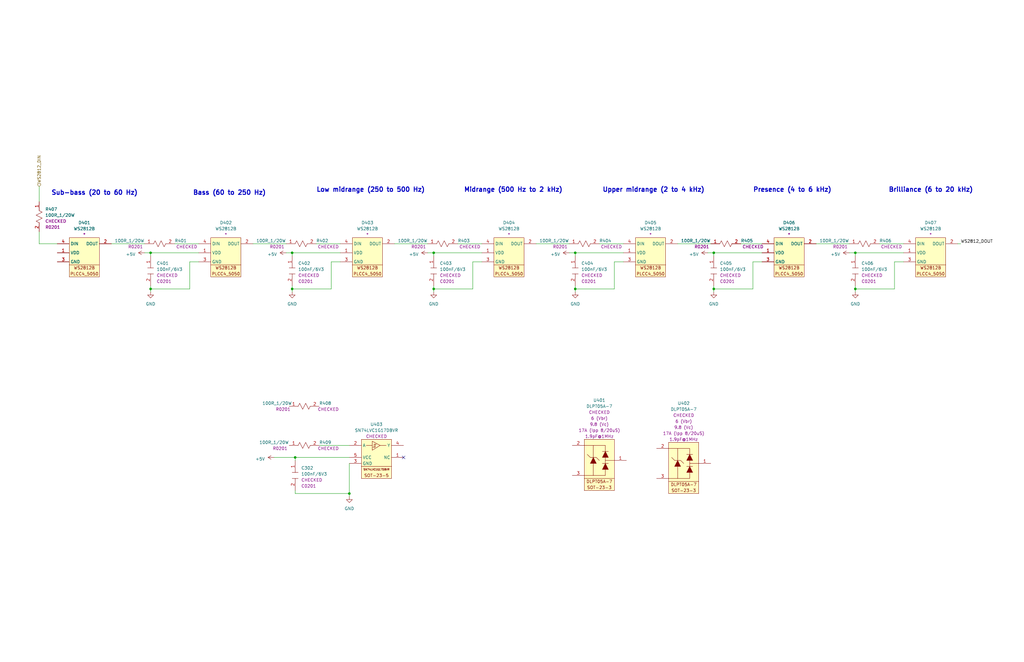
<source format=kicad_sch>
(kicad_sch (version 20230121) (generator eeschema)
  (paper "B")
  (lib_symbols
    (symbol "_SCHLIB_ToslinkToDMX:BUF_SN74LVC1G17DBVR_SOT-23-5"
      (property "Reference" "U" (at 2.54 3.81 0))
      (property "Value" "SN74LVC1G17DBVR" (at 2.54 6.35 0))
      (property "SCH CHECK" "CHECKED" (at 2.54 21.59 0))
      (symbol "BUF_SN74LVC1G17DBVR_SOT-23-5_0_0"
        (text "SN74LVC1G17DBVR" (at 6.35 -12.7 0) (effects (font (size 0.762 0.762))))
        (text "SOT-23-5" (at 6.35 -15.24 0) (effects (font (size 1.27 1.27))))
      )
      (symbol "BUF_SN74LVC1G17DBVR_SOT-23-5_0_1"
        (polyline (pts (xy 0 -11.43) (xy 12.7 -11.43)))
        (polyline (pts (xy 4.572 -2.54) (xy 2.032 -2.54)))
        (polyline (pts (xy 7.874 -2.54) (xy 10.414 -2.54)))
        (polyline (pts (xy 5.334 -3.302) (xy 5.842 -3.302) (xy 5.842 -2.032)))
        (polyline (pts (xy 4.572 -0.762) (xy 4.572 -4.572) (xy 7.874 -2.54) (xy 4.572 -0.762)))
        (polyline (pts (xy 6.35 -2.032) (xy 5.334 -2.032) (xy 5.334 -3.302) (xy 4.826 -3.302)))
        (rectangle (start 0 0) (end 12.7 -16.51) (fill (type background)))
      )
      (symbol "BUF_SN74LVC1G17DBVR_SOT-23-5_1_1"
        (pin passive line (at 17.78 -7.62 180) (length 5.08) (name "NC") (number "1"))
        (pin passive line (at -5.08 -2.54 0) (length 5.08) (name "A") (number "2"))
        (pin passive line (at -5.08 -10.16 0) (length 5.08) (name "GND") (number "3"))
        (pin passive line (at 17.78 -2.54 180) (length 5.08) (name "Y") (number "4"))
        (pin passive line (at -5.08 -7.62 0) (length 5.08) (name "VCC") (number "5"))
      )
    )
    (symbol "_SCHLIB_ToslinkToDMX:CAP_100nF/6V3_C0201"
      (property "Reference" "C" (at 2.54 5.08 0))
      (property "Value" "100nF{slash}6V3" (at 2.54 7.62 0))
      (property "SCH CHECK" "CHECKED" (at 2.54 22.86 0))
      (property "Package" "C0201" (at 2.54 25.4 0))
      (symbol "CAP_100nF/6V3_C0201_0_0"
        (polyline (pts (xy 5.08 1.27) (xy 5.08 -1.27)))
        (polyline (pts (xy 7.62 1.27) (xy 7.62 -1.27)))
      )
      (symbol "CAP_100nF/6V3_C0201_1_1"
        (pin passive line (at 0 0 0) (length 5.08) (name "") (number "1"))
        (pin passive line (at 12.7 0 180) (length 5.08) (name "") (number "2"))
      )
    )
    (symbol "_SCHLIB_ToslinkToDMX:LED_WS2812B_5050"
      (property "Reference" "D" (at 2.54 2.54 0))
      (property "Value" "WS2812B" (at 2.54 5.08 0))
      (property "SCH CHECK" "*" (at 2.54 20.32 0))
      (symbol "LED_WS2812B_5050_0_0"
        (text "WS2812B" (at 6.35 -12.7 0) (effects (font (size 1.27 1.27))))
      )
      (symbol "LED_WS2812B_5050_0_1"
        (polyline (pts (xy 0 -11.43) (xy 12.7 -11.43)))
        (rectangle (start 0 0) (end 12.7 -16.51) (fill (type background)))
        (text "PLCC4_5050" (at 6.35 -15.24 0) (effects (font (size 1.27 1.27))))
      )
      (symbol "LED_WS2812B_5050_1_1"
        (pin passive line (at -5.08 -6.35 0) (length 5.08) (name "VDD") (number "1"))
        (pin passive line (at 17.78 -2.54 180) (length 5.08) (name "DOUT") (number "2"))
        (pin passive line (at -5.08 -10.16 0) (length 5.08) (name "GND") (number "3"))
        (pin passive line (at -5.08 -2.54 0) (length 5.08) (name "DIN") (number "4"))
      )
    )
    (symbol "_SCHLIB_ToslinkToDMX:RES_100R_1/20W-R0201"
      (property "Reference" "R" (at 2.54 3.81 0))
      (property "Value" "100R_1{slash}20W" (at 2.54 6.35 0))
      (property "SCH CHECK" "CHECKED" (at 2.54 21.59 0))
      (property "Package" "R0201" (at 2.54 24.13 0))
      (symbol "RES_100R_1/20W-R0201_0_0"
        (polyline (pts (xy 3.81 0) (xy 4.445 1.27) (xy 5.715 -1.27) (xy 6.985 1.27) (xy 8.255 -1.27) (xy 8.89 0)))
      )
      (symbol "RES_100R_1/20W-R0201_1_1"
        (pin passive line (at 0 0 0) (length 3.81) (name "") (number "1"))
        (pin passive line (at 12.7 0 180) (length 3.81) (name "") (number "2"))
      )
    )
    (symbol "_SCHLIB_ToslinkToDMX:TVS_DLPT05A-7_SOT_23"
      (property "Reference" "U" (at 2.54 3.81 0))
      (property "Value" "DLPT05A-7" (at 2.54 6.35 0))
      (property "SCH CHECK" "CHECKED" (at 2.54 21.59 0))
      (property "Vbr" "6 (Vbr)" (at 2.54 26.67 0))
      (property "Vc" "9.8 (Vc)" (at 2.54 29.21 0))
      (property "Ipp" "17A (Ipp 8/20uS)" (at 2.54 24.13 0))
      (property "C@F" "1.9pF@1MHz" (at 2.54 31.75 0))
      (symbol "TVS_DLPT05A-7_SOT_23_0_0"
        (text "DLPT05A-7" (at 6.35 -17.78 0) (effects (font (size 1.27 1.27))))
        (text "SOT-23-3" (at 6.35 -20.32 0) (effects (font (size 1.27 1.27))))
      )
      (symbol "TVS_DLPT05A-7_SOT_23_0_1"
        (polyline (pts (xy 0 -16.51) (xy 12.7 -16.51)))
        (polyline (pts (xy 7.62 -10.16) (xy 10.16 -10.16)))
        (polyline (pts (xy 8.89 -8.89) (xy 8.89 -10.16)))
        (polyline (pts (xy 8.89 -7.62) (xy 8.89 -8.89)))
        (polyline (pts (xy 10.16 -5.08) (xy 7.62 -5.08)))
        (polyline (pts (xy 12.7 -8.89) (xy 8.89 -8.89)))
        (polyline (pts (xy 0 -2.54) (xy 3.81 -2.54) (xy 3.81 -7.62)))
        (polyline (pts (xy 3.81 -10.16) (xy 3.81 -15.24) (xy 0 -15.24)))
        (polyline (pts (xy 8.89 -12.7) (xy 8.89 -15.24) (xy 3.81 -15.24)))
        (polyline (pts (xy 8.89 -5.08) (xy 8.89 -2.54) (xy 3.81 -2.54)))
        (polyline (pts (xy 2.54 -10.16) (xy 5.08 -10.16) (xy 3.81 -7.62) (xy 2.54 -10.16)) (fill (type outline)))
        (polyline (pts (xy 6.35 -8.89) (xy 5.08 -7.62) (xy 2.54 -7.62) (xy 1.27 -6.35)))
        (polyline (pts (xy 7.62 -12.7) (xy 10.16 -12.7) (xy 8.89 -10.16) (xy 7.62 -12.7)) (fill (type outline)))
        (polyline (pts (xy 7.62 -7.62) (xy 10.16 -7.62) (xy 8.89 -5.08) (xy 7.62 -7.62)) (fill (type outline)))
        (rectangle (start 0 0) (end 12.7 -21.59) (fill (type background)))
      )
      (symbol "TVS_DLPT05A-7_SOT_23_1_1"
        (pin passive line (at 17.78 -8.89 180) (length 5.08) (name "") (number "1"))
        (pin passive line (at -5.08 -2.54 0) (length 5.08) (name "") (number "2"))
        (pin passive line (at -5.08 -15.24 0) (length 5.08) (name "") (number "3"))
      )
    )
    (symbol "power:+5V" (power) (pin_names (offset 0))
      (property "Value" "+5V" (at 0 3.556 0))
      (symbol "+5V_0_1"
        (polyline (pts (xy -0.762 1.27) (xy 0 2.54)))
        (polyline (pts (xy 0 0) (xy 0 2.54)))
        (polyline (pts (xy 0 2.54) (xy 0.762 1.27)))
      )
      (symbol "+5V_1_1"
        (pin power_in line (at 0 0 90) (length 0) hide (name "+5V") (number "1"))
      )
    )
    (symbol "power:GND" (power) (pin_names (offset 0))
      (property "Value" "GND" (at 0 -3.81 0))
      (symbol "GND_0_1"
        (polyline (pts (xy 0 0) (xy 0 -1.27) (xy 1.27 -1.27) (xy 0 -2.54) (xy -1.27 -1.27) (xy 0 -1.27)))
      )
      (symbol "GND_1_1"
        (pin power_in line (at 0 0 270) (length 0) hide (name "GND") (number "1"))
      )
    )
  )
  (junction (at 242.57 106.68))
  (junction (at 300.99 106.68))
  (junction (at 360.68 121.92))
  (junction (at 360.68 106.68))
  (junction (at 300.99 121.92))
  (junction (at 124.46 193.04))
  (junction (at 182.88 106.68))
  (junction (at 242.57 121.92))
  (junction (at 123.19 106.68))
  (junction (at 123.19 121.92))
  (junction (at 147.32 208.28))
  (junction (at 63.5 121.92))
  (junction (at 63.5 106.68))
  (junction (at 182.88 121.92))
  (no_connect (at 170.18 193.04))
  (wire (pts (xy 60.96 106.68) (xy 63.5 106.68)))
  (wire (pts (xy 377.19 110.49) (xy 377.19 121.92)))
  (wire (pts (xy 124.46 193.04) (xy 147.32 193.04)))
  (wire (pts (xy 242.57 106.68) (xy 262.89 106.68)))
  (wire (pts (xy 123.19 106.68) (xy 143.51 106.68)))
  (wire (pts (xy 360.68 121.92) (xy 360.68 123.19)))
  (wire (pts (xy 123.19 107.95) (xy 123.19 106.68)))
  (wire (pts (xy 298.45 106.68) (xy 300.99 106.68)))
  (wire (pts (xy 133.35 102.87) (xy 143.51 102.87)))
  (wire (pts (xy 242.57 121.92) (xy 242.57 120.65)))
  (wire (pts (xy 358.14 106.68) (xy 360.68 106.68)))
  (wire (pts (xy 80.01 110.49) (xy 80.01 121.92)))
  (wire (pts (xy 16.51 78.74) (xy 16.51 85.09)))
  (wire (pts (xy 285.75 102.87) (xy 299.72 102.87)))
  (wire (pts (xy 360.68 106.68) (xy 381 106.68)))
  (wire (pts (xy 242.57 107.95) (xy 242.57 106.68)))
  (wire (pts (xy 120.65 106.68) (xy 123.19 106.68)))
  (wire (pts (xy 240.03 106.68) (xy 242.57 106.68)))
  (wire (pts (xy 377.19 121.92) (xy 360.68 121.92)))
  (wire (pts (xy 124.46 208.28) (xy 124.46 207.01)))
  (wire (pts (xy 16.51 102.87) (xy 24.13 102.87)))
  (wire (pts (xy 124.46 193.04) (xy 124.46 194.31)))
  (wire (pts (xy 199.39 121.92) (xy 182.88 121.92)))
  (wire (pts (xy 360.68 121.92) (xy 360.68 120.65)))
  (wire (pts (xy 300.99 121.92) (xy 300.99 120.65)))
  (wire (pts (xy 252.73 102.87) (xy 262.89 102.87)))
  (wire (pts (xy 73.66 102.87) (xy 83.82 102.87)))
  (wire (pts (xy 182.88 107.95) (xy 182.88 106.68)))
  (wire (pts (xy 180.34 106.68) (xy 182.88 106.68)))
  (wire (pts (xy 226.06 102.87) (xy 240.03 102.87)))
  (wire (pts (xy 182.88 121.92) (xy 182.88 123.19)))
  (wire (pts (xy 106.68 102.87) (xy 120.65 102.87)))
  (wire (pts (xy 259.08 121.92) (xy 242.57 121.92)))
  (wire (pts (xy 317.5 121.92) (xy 300.99 121.92)))
  (wire (pts (xy 143.51 110.49) (xy 139.7 110.49)))
  (wire (pts (xy 312.42 102.87) (xy 321.31 102.87)))
  (wire (pts (xy 147.32 208.28) (xy 147.32 195.58)))
  (wire (pts (xy 63.5 121.92) (xy 63.5 123.19)))
  (wire (pts (xy 317.5 110.49) (xy 317.5 121.92)))
  (wire (pts (xy 262.89 110.49) (xy 259.08 110.49)))
  (wire (pts (xy 405.13 102.87) (xy 403.86 102.87)))
  (wire (pts (xy 16.51 97.79) (xy 16.51 102.87)))
  (wire (pts (xy 63.5 121.92) (xy 63.5 120.65)))
  (wire (pts (xy 300.99 106.68) (xy 321.31 106.68)))
  (wire (pts (xy 360.68 107.95) (xy 360.68 106.68)))
  (wire (pts (xy 123.19 121.92) (xy 123.19 120.65)))
  (wire (pts (xy 182.88 121.92) (xy 182.88 120.65)))
  (wire (pts (xy 381 110.49) (xy 377.19 110.49)))
  (wire (pts (xy 242.57 121.92) (xy 242.57 123.19)))
  (wire (pts (xy 46.99 102.87) (xy 60.96 102.87)))
  (wire (pts (xy 63.5 107.95) (xy 63.5 106.68)))
  (wire (pts (xy 139.7 121.92) (xy 123.19 121.92)))
  (wire (pts (xy 80.01 121.92) (xy 63.5 121.92)))
  (wire (pts (xy 344.17 102.87) (xy 358.14 102.87)))
  (wire (pts (xy 370.84 102.87) (xy 381 102.87)))
  (wire (pts (xy 321.31 110.49) (xy 317.5 110.49)))
  (wire (pts (xy 300.99 121.92) (xy 300.99 123.19)))
  (wire (pts (xy 63.5 106.68) (xy 83.82 106.68)))
  (wire (pts (xy 193.04 102.87) (xy 203.2 102.87)))
  (wire (pts (xy 124.46 208.28) (xy 147.32 208.28)))
  (wire (pts (xy 134.62 187.96) (xy 147.32 187.96)))
  (wire (pts (xy 115.57 193.04) (xy 124.46 193.04)))
  (wire (pts (xy 147.32 208.28) (xy 147.32 209.55)))
  (wire (pts (xy 300.99 107.95) (xy 300.99 106.68)))
  (wire (pts (xy 182.88 106.68) (xy 203.2 106.68)))
  (wire (pts (xy 139.7 110.49) (xy 139.7 121.92)))
  (wire (pts (xy 123.19 121.92) (xy 123.19 123.19)))
  (wire (pts (xy 259.08 110.49) (xy 259.08 121.92)))
  (wire (pts (xy 83.82 110.49) (xy 80.01 110.49)))
  (wire (pts (xy 199.39 110.49) (xy 199.39 121.92)))
  (wire (pts (xy 203.2 110.49) (xy 199.39 110.49)))
  (wire (pts (xy 166.37 102.87) (xy 180.34 102.87)))
  (text "Low midrange (250 to 500 Hz)" (at 133.35 81.28 0) (effects (font (size 1.905 1.905) (thickness 0.381) bold) (justify left bottom)))
  (text "Bass (60 to 250 Hz)" (at 81.28 82.55 0) (effects (font (size 1.905 1.905) (thickness 0.381) bold) (justify left bottom)))
  (text "Upper midrange (2 to 4 kHz)" (at 254 81.28 0) (effects (font (size 1.905 1.905) (thickness 0.381) bold) (justify left bottom)))
  (text "Brilliance (6 to 20 kHz)" (at 374.65 81.28 0) (effects (font (size 1.905 1.905) (thickness 0.381) bold) (justify left bottom)))
  (text "Presence (4 to 6 kHz)" (at 317.5 81.28 0) (effects (font (size 1.905 1.905) (thickness 0.381) bold) (justify left bottom)))
  (text "Midrange (500 Hz to 2 kHz)" (at 195.58 81.28 0) (effects (font (size 1.905 1.905) (thickness 0.381) bold) (justify left bottom)))
  (text "Sub-bass (20 to 60 Hz)" (at 21.59 82.55 0) (effects (font (size 1.905 1.905) (thickness 0.381) bold) (justify left bottom)))
  (label "WS2812_DOUT" (at 405.13 102.87 0))
  (hierarchical_label "WS2812_DIN" (shape input) (at 16.51 78.74 90))
  (symbol (lib_id "_SCHLIB_ToslinkToDMX:RES_100R_1/20W-R0201") (at 120.65 102.87 0) (unit 1)
    (property "Reference" "R402" (at 135.89 101.6 0))
    (property "Value" "100R_1/20W" (at 114.3 101.6 0))
    (property "Footprint" "Resistor_SMD:R_0201_0603Metric" (effects hide))
    (property "Datasheet" "https://www.seielect.com/Catalog/SEI-RMCF_RMCP.pdf" (effects hide))
    (property "Description" "100 Ohms ±1% 0.05W, 1/20W Chip Resistor 0201 (0603 Metric) Thick Film" (effects hide))
    (property "Part Number" "RMCF0201FT100R" (effects hide))
    (property "Link" "https://www.digikey.ca/en/products/detail/stackpole-electronics-inc/RMCF0201FT100R/1714988" (effects hide))
    (property "SCH CHECK" "CHECKED" (at 138.43 104.14 0))
    (property "Package" "R0201" (at 116.84 104.14 0))
  )
  (symbol (lib_id "_SCHLIB_ToslinkToDMX:CAP_100nF/6V3_C0201") (at 242.57 107.95 270) (unit 1)
    (property "Reference" "C404" (at 245.11 111.125 90) (effects (justify left)))
    (property "Value" "100nF/6V3" (at 245.11 113.665 90) (effects (justify left)))
    (property "Footprint" "Capacitor_SMD:C_0201_0603Metric" (effects hide))
    (property "Datasheet" "https://www.yageo.com/upload/media/product/productsearch/datasheet/mlcc/UPY-GPHC_X7R_6.3V-to-250V_22.pdf" (effects hide))
    (property "Description" "0.1 µF ±10% 6.3V Ceramic Capacitor X7R 0201 (0603 Metric)" (effects hide))
    (property "Part Number" "CC0201KRX7R5BB104" (effects hide))
    (property "Link" "https://www.digikey.ca/en/products/detail/yageo/CC0201KRX7R5BB104/12698853" (effects hide))
    (property "SCH CHECK" "CHECKED" (at 245.11 116.205 90) (effects (justify left)))
    (property "Package" "C0201" (at 245.11 118.745 90) (effects (justify left)))
  )
  (symbol (lib_id "_SCHLIB_ToslinkToDMX:LED_WS2812B_5050") (at 88.9 100.33 0) (unit 1)
    (property "Reference" "D402" (at 95.25 93.98 0))
    (property "Value" "WS2812B" (at 95.25 96.52 0))
    (property "Footprint" "LED_SMD:LED_WS2812B_PLCC4_5.0x5.0mm_P3.2mm" (effects hide))
    (property "Datasheet" "http://cdn.sparkfun.com/datasheets/BreakoutBoards/WS2812B.pdf" (effects hide))
    (property "Description" "Addressable Lighting - LED Serial NRZ (Shift Register) Red, Green, Blue (RGB)" (effects hide))
    (property "Part Number" "COM-16347" (effects hide))
    (property "Link" "https://www.digikey.ca/en/products/detail/sparkfun-electronics/COM-16347/11630204" (effects hide))
    (property "SCH CHECK" "*" (at 95.25 99.06 0))
  )
  (symbol (lib_id "_SCHLIB_ToslinkToDMX:LED_WS2812B_5050") (at 267.97 100.33 0) (unit 1)
    (property "Reference" "D405" (at 274.32 93.98 0))
    (property "Value" "WS2812B" (at 274.32 96.52 0))
    (property "Footprint" "LED_SMD:LED_WS2812B_PLCC4_5.0x5.0mm_P3.2mm" (effects hide))
    (property "Datasheet" "http://cdn.sparkfun.com/datasheets/BreakoutBoards/WS2812B.pdf" (effects hide))
    (property "Description" "Addressable Lighting - LED Serial NRZ (Shift Register) Red, Green, Blue (RGB)" (effects hide))
    (property "Part Number" "COM-16347" (effects hide))
    (property "Link" "https://www.digikey.ca/en/products/detail/sparkfun-electronics/COM-16347/11630204" (effects hide))
    (property "SCH CHECK" "*" (at 274.32 99.06 0))
  )
  (symbol (lib_id "_SCHLIB_ToslinkToDMX:BUF_SN74LVC1G17DBVR_SOT-23-5") (at 152.4 185.42 0) (unit 1)
    (property "Reference" "U403" (at 158.75 179.07 0))
    (property "Value" "SN74LVC1G17DBVR" (at 158.75 181.61 0))
    (property "Footprint" "Package_TO_SOT_SMD:SOT-23-5" (effects hide))
    (property "Datasheet" "https://www.ti.com/general/docs/suppproductinfo.tsp?distId=10&gotoUrl=https%3A%2F%2Fwww.ti.com%2Flit%2Fgpn%2Fsn74lvc1g17" (effects hide))
    (property "Description" "Buffer, Non-Inverting 1 Element 1 Bit per Element Push-Pull Output SOT-23-5" (effects hide))
    (property "Part Number" "SN74LVC1G17DBVR" (effects hide))
    (property "Link" "https://www.digikey.ca/en/products/detail/texas-instruments/SN74LVC1G17DBVR/389051" (effects hide))
    (property "SCH CHECK" "CHECKED" (at 158.75 184.15 0))
  )
  (symbol (lib_id "power:+5V") (at 240.03 106.68 90) (unit 1)
    (property "Reference" "#PWR0407" (effects hide))
    (property "Value" "+5V" (at 236.22 107.315 90) (effects (justify left)))
  )
  (symbol (lib_id "_SCHLIB_ToslinkToDMX:LED_WS2812B_5050") (at 326.39 100.33 0) (unit 1)
    (property "Reference" "D406" (at 332.74 93.98 0))
    (property "Value" "WS2812B" (at 332.74 96.52 0))
    (property "Footprint" "LED_SMD:LED_WS2812B_PLCC4_5.0x5.0mm_P3.2mm" (effects hide))
    (property "Datasheet" "http://cdn.sparkfun.com/datasheets/BreakoutBoards/WS2812B.pdf" (effects hide))
    (property "Description" "Addressable Lighting - LED Serial NRZ (Shift Register) Red, Green, Blue (RGB)" (effects hide))
    (property "Part Number" "COM-16347" (effects hide))
    (property "Link" "https://www.digikey.ca/en/products/detail/sparkfun-electronics/COM-16347/11630204" (effects hide))
    (property "SCH CHECK" "*" (at 332.74 99.06 0))
  )
  (symbol (lib_id "power:+5V") (at 60.96 106.68 90) (unit 1)
    (property "Reference" "#PWR0401" (effects hide))
    (property "Value" "+5V" (at 57.15 107.315 90) (effects (justify left)))
  )
  (symbol (lib_id "_SCHLIB_ToslinkToDMX:RES_100R_1/20W-R0201") (at 121.92 187.96 0) (unit 1)
    (property "Reference" "R409" (at 137.16 186.69 0))
    (property "Value" "100R_1/20W" (at 115.57 186.69 0))
    (property "Footprint" "Resistor_SMD:R_0201_0603Metric" (effects hide))
    (property "Datasheet" "https://www.seielect.com/Catalog/SEI-RMCF_RMCP.pdf" (effects hide))
    (property "Description" "100 Ohms ±1% 0.05W, 1/20W Chip Resistor 0201 (0603 Metric) Thick Film" (effects hide))
    (property "Part Number" "RMCF0201FT100R" (effects hide))
    (property "Link" "https://www.digikey.ca/en/products/detail/stackpole-electronics-inc/RMCF0201FT100R/1714988" (effects hide))
    (property "SCH CHECK" "CHECKED" (at 138.43 189.23 0))
    (property "Package" "R0201" (at 118.11 189.23 0))
  )
  (symbol (lib_id "power:GND") (at 182.88 123.19 0) (unit 1)
    (property "Reference" "#PWR0406" (effects hide))
    (property "Value" "GND" (at 182.88 128.27 0))
  )
  (symbol (lib_id "_SCHLIB_ToslinkToDMX:CAP_100nF/6V3_C0201") (at 63.5 107.95 270) (unit 1)
    (property "Reference" "C401" (at 66.04 111.125 90) (effects (justify left)))
    (property "Value" "100nF/6V3" (at 66.04 113.665 90) (effects (justify left)))
    (property "Footprint" "Capacitor_SMD:C_0201_0603Metric" (effects hide))
    (property "Datasheet" "https://www.yageo.com/upload/media/product/productsearch/datasheet/mlcc/UPY-GPHC_X7R_6.3V-to-250V_22.pdf" (effects hide))
    (property "Description" "0.1 µF ±10% 6.3V Ceramic Capacitor X7R 0201 (0603 Metric)" (effects hide))
    (property "Part Number" "CC0201KRX7R5BB104" (effects hide))
    (property "Link" "https://www.digikey.ca/en/products/detail/yageo/CC0201KRX7R5BB104/12698853" (effects hide))
    (property "SCH CHECK" "CHECKED" (at 66.04 116.205 90) (effects (justify left)))
    (property "Package" "C0201" (at 66.04 118.745 90) (effects (justify left)))
  )
  (symbol (lib_id "_SCHLIB_ToslinkToDMX:LED_WS2812B_5050") (at 208.28 100.33 0) (unit 1)
    (property "Reference" "D404" (at 214.63 93.98 0))
    (property "Value" "WS2812B" (at 214.63 96.52 0))
    (property "Footprint" "LED_SMD:LED_WS2812B_PLCC4_5.0x5.0mm_P3.2mm" (effects hide))
    (property "Datasheet" "http://cdn.sparkfun.com/datasheets/BreakoutBoards/WS2812B.pdf" (effects hide))
    (property "Description" "Addressable Lighting - LED Serial NRZ (Shift Register) Red, Green, Blue (RGB)" (effects hide))
    (property "Part Number" "COM-16347" (effects hide))
    (property "Link" "https://www.digikey.ca/en/products/detail/sparkfun-electronics/COM-16347/11630204" (effects hide))
    (property "SCH CHECK" "*" (at 214.63 99.06 0))
  )
  (symbol (lib_id "power:+5V") (at 120.65 106.68 90) (unit 1)
    (property "Reference" "#PWR0403" (effects hide))
    (property "Value" "+5V" (at 116.84 107.315 90) (effects (justify left)))
  )
  (symbol (lib_id "_SCHLIB_ToslinkToDMX:RES_100R_1/20W-R0201") (at 358.14 102.87 0) (unit 1)
    (property "Reference" "R406" (at 373.38 101.6 0))
    (property "Value" "100R_1/20W" (at 351.79 101.6 0))
    (property "Footprint" "Resistor_SMD:R_0201_0603Metric" (effects hide))
    (property "Datasheet" "https://www.seielect.com/Catalog/SEI-RMCF_RMCP.pdf" (effects hide))
    (property "Description" "100 Ohms ±1% 0.05W, 1/20W Chip Resistor 0201 (0603 Metric) Thick Film" (effects hide))
    (property "Part Number" "RMCF0201FT100R" (effects hide))
    (property "Link" "https://www.digikey.ca/en/products/detail/stackpole-electronics-inc/RMCF0201FT100R/1714988" (effects hide))
    (property "SCH CHECK" "CHECKED" (at 375.92 104.14 0))
    (property "Package" "R0201" (at 354.33 104.14 0))
  )
  (symbol (lib_id "_SCHLIB_ToslinkToDMX:CAP_100nF/6V3_C0201") (at 123.19 107.95 270) (unit 1)
    (property "Reference" "C402" (at 125.73 111.125 90) (effects (justify left)))
    (property "Value" "100nF/6V3" (at 125.73 113.665 90) (effects (justify left)))
    (property "Footprint" "Capacitor_SMD:C_0201_0603Metric" (effects hide))
    (property "Datasheet" "https://www.yageo.com/upload/media/product/productsearch/datasheet/mlcc/UPY-GPHC_X7R_6.3V-to-250V_22.pdf" (effects hide))
    (property "Description" "0.1 µF ±10% 6.3V Ceramic Capacitor X7R 0201 (0603 Metric)" (effects hide))
    (property "Part Number" "CC0201KRX7R5BB104" (effects hide))
    (property "Link" "https://www.digikey.ca/en/products/detail/yageo/CC0201KRX7R5BB104/12698853" (effects hide))
    (property "SCH CHECK" "CHECKED" (at 125.73 116.205 90) (effects (justify left)))
    (property "Package" "C0201" (at 125.73 118.745 90) (effects (justify left)))
  )
  (symbol (lib_id "power:GND") (at 123.19 123.19 0) (unit 1)
    (property "Reference" "#PWR0404" (effects hide))
    (property "Value" "GND" (at 123.19 128.27 0))
  )
  (symbol (lib_id "_SCHLIB_ToslinkToDMX:RES_100R_1/20W-R0201") (at 180.34 102.87 0) (unit 1)
    (property "Reference" "R403" (at 195.58 101.6 0))
    (property "Value" "100R_1/20W" (at 173.99 101.6 0))
    (property "Footprint" "Resistor_SMD:R_0201_0603Metric" (effects hide))
    (property "Datasheet" "https://www.seielect.com/Catalog/SEI-RMCF_RMCP.pdf" (effects hide))
    (property "Description" "100 Ohms ±1% 0.05W, 1/20W Chip Resistor 0201 (0603 Metric) Thick Film" (effects hide))
    (property "Part Number" "RMCF0201FT100R" (effects hide))
    (property "Link" "https://www.digikey.ca/en/products/detail/stackpole-electronics-inc/RMCF0201FT100R/1714988" (effects hide))
    (property "SCH CHECK" "CHECKED" (at 198.12 104.14 0))
    (property "Package" "R0201" (at 176.53 104.14 0))
  )
  (symbol (lib_id "power:GND") (at 360.68 123.19 0) (unit 1)
    (property "Reference" "#PWR0412" (effects hide))
    (property "Value" "GND" (at 360.68 128.27 0))
  )
  (symbol (lib_id "_SCHLIB_ToslinkToDMX:LED_WS2812B_5050") (at 29.21 100.33 0) (unit 1)
    (property "Reference" "D401" (at 35.56 93.98 0))
    (property "Value" "WS2812B" (at 35.56 96.52 0))
    (property "Footprint" "LED_SMD:LED_WS2812B_PLCC4_5.0x5.0mm_P3.2mm" (effects hide))
    (property "Datasheet" "http://cdn.sparkfun.com/datasheets/BreakoutBoards/WS2812B.pdf" (effects hide))
    (property "Description" "Addressable Lighting - LED Serial NRZ (Shift Register) Red, Green, Blue (RGB)" (effects hide))
    (property "Part Number" "COM-16347" (effects hide))
    (property "Link" "https://www.digikey.ca/en/products/detail/sparkfun-electronics/COM-16347/11630204" (effects hide))
    (property "SCH CHECK" "*" (at 35.56 99.06 0))
  )
  (symbol (lib_id "_SCHLIB_ToslinkToDMX:CAP_100nF/6V3_C0201") (at 300.99 107.95 270) (unit 1)
    (property "Reference" "C405" (at 303.53 111.125 90) (effects (justify left)))
    (property "Value" "100nF/6V3" (at 303.53 113.665 90) (effects (justify left)))
    (property "Footprint" "Capacitor_SMD:C_0201_0603Metric" (effects hide))
    (property "Datasheet" "https://www.yageo.com/upload/media/product/productsearch/datasheet/mlcc/UPY-GPHC_X7R_6.3V-to-250V_22.pdf" (effects hide))
    (property "Description" "0.1 µF ±10% 6.3V Ceramic Capacitor X7R 0201 (0603 Metric)" (effects hide))
    (property "Part Number" "CC0201KRX7R5BB104" (effects hide))
    (property "Link" "https://www.digikey.ca/en/products/detail/yageo/CC0201KRX7R5BB104/12698853" (effects hide))
    (property "SCH CHECK" "CHECKED" (at 303.53 116.205 90) (effects (justify left)))
    (property "Package" "C0201" (at 303.53 118.745 90) (effects (justify left)))
  )
  (symbol (lib_id "_SCHLIB_ToslinkToDMX:RES_100R_1/20W-R0201") (at 240.03 102.87 0) (unit 1)
    (property "Reference" "R404" (at 255.27 101.6 0))
    (property "Value" "100R_1/20W" (at 233.68 101.6 0))
    (property "Footprint" "Resistor_SMD:R_0201_0603Metric" (effects hide))
    (property "Datasheet" "https://www.seielect.com/Catalog/SEI-RMCF_RMCP.pdf" (effects hide))
    (property "Description" "100 Ohms ±1% 0.05W, 1/20W Chip Resistor 0201 (0603 Metric) Thick Film" (effects hide))
    (property "Part Number" "RMCF0201FT100R" (effects hide))
    (property "Link" "https://www.digikey.ca/en/products/detail/stackpole-electronics-inc/RMCF0201FT100R/1714988" (effects hide))
    (property "SCH CHECK" "CHECKED" (at 257.81 104.14 0))
    (property "Package" "R0201" (at 236.22 104.14 0))
  )
  (symbol (lib_id "power:GND") (at 63.5 123.19 0) (unit 1)
    (property "Reference" "#PWR0402" (effects hide))
    (property "Value" "GND" (at 63.5 128.27 0))
  )
  (symbol (lib_id "power:GND") (at 242.57 123.19 0) (unit 1)
    (property "Reference" "#PWR0408" (effects hide))
    (property "Value" "GND" (at 242.57 128.27 0))
  )
  (symbol (lib_id "_SCHLIB_ToslinkToDMX:RES_100R_1/20W-R0201") (at 121.92 171.45 0) (unit 1)
    (property "Reference" "R408" (at 137.16 170.18 0))
    (property "Value" "100R_1/20W" (at 116.84 170.18 0))
    (property "Footprint" "Resistor_SMD:R_0201_0603Metric" (effects hide))
    (property "Datasheet" "https://www.seielect.com/Catalog/SEI-RMCF_RMCP.pdf" (effects hide))
    (property "Description" "100 Ohms ±1% 0.05W, 1/20W Chip Resistor 0201 (0603 Metric) Thick Film" (effects hide))
    (property "Part Number" "RMCF0201FT100R" (effects hide))
    (property "Link" "https://www.digikey.ca/en/products/detail/stackpole-electronics-inc/RMCF0201FT100R/1714988" (effects hide))
    (property "SCH CHECK" "CHECKED" (at 138.43 172.72 0))
    (property "Package" "R0201" (at 119.38 172.72 0))
  )
  (symbol (lib_id "power:+5V") (at 298.45 106.68 90) (unit 1)
    (property "Reference" "#PWR0409" (effects hide))
    (property "Value" "+5V" (at 294.64 107.315 90) (effects (justify left)))
  )
  (symbol (lib_id "_SCHLIB_ToslinkToDMX:CAP_100nF/6V3_C0201") (at 124.46 194.31 270) (unit 1)
    (property "Reference" "C302" (at 127 197.485 90) (effects (justify left)))
    (property "Value" "100nF/6V3" (at 127 200.025 90) (effects (justify left)))
    (property "Footprint" "Capacitor_SMD:C_0201_0603Metric" (effects hide))
    (property "Datasheet" "https://www.yageo.com/upload/media/product/productsearch/datasheet/mlcc/UPY-GPHC_X7R_6.3V-to-250V_22.pdf" (effects hide))
    (property "Description" "0.1 µF ±10% 6.3V Ceramic Capacitor X7R 0201 (0603 Metric)" (effects hide))
    (property "Part Number" "CC0201KRX7R5BB104" (effects hide))
    (property "Link" "https://www.digikey.ca/en/products/detail/yageo/CC0201KRX7R5BB104/12698853" (effects hide))
    (property "SCH CHECK" "CHECKED" (at 127 202.565 90) (effects (justify left)))
    (property "Package" "C0201" (at 127 205.105 90) (effects (justify left)))
    (instances (project "_HW_ToslinkToDMX" (path "" (reference "C302") (unit 1)) (path "" (reference "C407") (unit 1))))
  )
  (symbol (lib_id "power:+5V") (at 115.57 193.04 90) (unit 1)
    (property "Reference" "#PWR0304" (effects hide))
    (property "Value" "+5V" (at 111.76 193.675 90) (effects (justify left)))
    (instances (project "_HW_ToslinkToDMX" (path "" (reference "#PWR0304") (unit 1)) (path "" (reference "#PWR0413") (unit 1))))
  )
  (symbol (lib_id "_SCHLIB_ToslinkToDMX:TVS_DLPT05A-7_SOT_23") (at 246.38 185.42 0) (unit 1)
    (property "Reference" "U401" (at 252.73 168.91 0))
    (property "Value" "DLPT05A-7" (at 252.73 171.45 0))
    (property "Footprint" "Package_TO_SOT_SMD:SOT-23" (effects hide))
    (property "Datasheet" "https://mm.digikey.com/Volume0/opasdata/d220001/medias/docus/4176/DLPT05A_Rev2-2_Nov2022.pdf" (effects hide))
    (property "Description" "9.8V Clamp 17A (8/20µs) Ipp Tvs Diode Surface Mount SOT-23-3" (effects hide))
    (property "Part Number" "DLPT05A-7" (effects hide))
    (property "Link" "https://www.digikey.ca/en/products/detail/diodes-incorporated/DLPT05A-7/17050612" (effects hide))
    (property "SCH CHECK" "CHECKED" (at 252.73 173.99 0))
    (property "Vbr" "6 (Vbr)" (at 252.73 176.53 0))
    (property "Vc" "9.8 (Vc)" (at 252.73 179.07 0))
    (property "Ipp" "17A (Ipp 8/20uS)" (at 252.73 181.61 0))
    (property "C@F" "1.9pF@1MHz" (at 252.73 184.15 0))
  )
  (symbol (lib_id "power:+5V") (at 180.34 106.68 90) (unit 1)
    (property "Reference" "#PWR0405" (effects hide))
    (property "Value" "+5V" (at 176.53 107.315 90) (effects (justify left)))
  )
  (symbol (lib_id "power:GND") (at 300.99 123.19 0) (unit 1)
    (property "Reference" "#PWR0410" (effects hide))
    (property "Value" "GND" (at 300.99 128.27 0))
  )
  (symbol (lib_id "power:GND") (at 147.32 209.55 0) (unit 1)
    (property "Reference" "#PWR0305" (effects hide))
    (property "Value" "GND" (at 147.32 214.63 0))
    (instances (project "_HW_ToslinkToDMX" (path "" (reference "#PWR0305") (unit 1)) (path "" (reference "#PWR0414") (unit 1))))
  )
  (symbol (lib_id "_SCHLIB_ToslinkToDMX:CAP_100nF/6V3_C0201") (at 360.68 107.95 270) (unit 1)
    (property "Reference" "C406" (at 363.22 111.125 90) (effects (justify left)))
    (property "Value" "100nF/6V3" (at 363.22 113.665 90) (effects (justify left)))
    (property "Footprint" "Capacitor_SMD:C_0201_0603Metric" (effects hide))
    (property "Datasheet" "https://www.yageo.com/upload/media/product/productsearch/datasheet/mlcc/UPY-GPHC_X7R_6.3V-to-250V_22.pdf" (effects hide))
    (property "Description" "0.1 µF ±10% 6.3V Ceramic Capacitor X7R 0201 (0603 Metric)" (effects hide))
    (property "Part Number" "CC0201KRX7R5BB104" (effects hide))
    (property "Link" "https://www.digikey.ca/en/products/detail/yageo/CC0201KRX7R5BB104/12698853" (effects hide))
    (property "SCH CHECK" "CHECKED" (at 363.22 116.205 90) (effects (justify left)))
    (property "Package" "C0201" (at 363.22 118.745 90) (effects (justify left)))
  )
  (symbol (lib_id "_SCHLIB_ToslinkToDMX:LED_WS2812B_5050") (at 386.08 100.33 0) (unit 1)
    (property "Reference" "D407" (at 392.43 93.98 0))
    (property "Value" "WS2812B" (at 392.43 96.52 0))
    (property "Footprint" "LED_SMD:LED_WS2812B_PLCC4_5.0x5.0mm_P3.2mm" (effects hide))
    (property "Datasheet" "http://cdn.sparkfun.com/datasheets/BreakoutBoards/WS2812B.pdf" (effects hide))
    (property "Description" "Addressable Lighting - LED Serial NRZ (Shift Register) Red, Green, Blue (RGB)" (effects hide))
    (property "Part Number" "COM-16347" (effects hide))
    (property "Link" "https://www.digikey.ca/en/products/detail/sparkfun-electronics/COM-16347/11630204" (effects hide))
    (property "SCH CHECK" "*" (at 392.43 99.06 0))
  )
  (symbol (lib_id "_SCHLIB_ToslinkToDMX:LED_WS2812B_5050") (at 148.59 100.33 0) (unit 1)
    (property "Reference" "D403" (at 154.94 93.98 0))
    (property "Value" "WS2812B" (at 154.94 96.52 0))
    (property "Footprint" "LED_SMD:LED_WS2812B_PLCC4_5.0x5.0mm_P3.2mm" (effects hide))
    (property "Datasheet" "http://cdn.sparkfun.com/datasheets/BreakoutBoards/WS2812B.pdf" (effects hide))
    (property "Description" "Addressable Lighting - LED Serial NRZ (Shift Register) Red, Green, Blue (RGB)" (effects hide))
    (property "Part Number" "COM-16347" (effects hide))
    (property "Link" "https://www.digikey.ca/en/products/detail/sparkfun-electronics/COM-16347/11630204" (effects hide))
    (property "SCH CHECK" "*" (at 154.94 99.06 0))
  )
  (symbol (lib_id "power:+5V") (at 358.14 106.68 90) (unit 1)
    (property "Reference" "#PWR0411" (effects hide))
    (property "Value" "+5V" (at 354.33 107.315 90) (effects (justify left)))
  )
  (symbol (lib_id "_SCHLIB_ToslinkToDMX:RES_100R_1/20W-R0201") (at 299.72 102.87 0) (unit 1)
    (property "Reference" "R405" (at 314.96 101.6 0))
    (property "Value" "100R_1/20W" (at 293.37 101.6 0))
    (property "Footprint" "Resistor_SMD:R_0201_0603Metric" (effects hide))
    (property "Datasheet" "https://www.seielect.com/Catalog/SEI-RMCF_RMCP.pdf" (effects hide))
    (property "Description" "100 Ohms ±1% 0.05W, 1/20W Chip Resistor 0201 (0603 Metric) Thick Film" (effects hide))
    (property "Part Number" "RMCF0201FT100R" (effects hide))
    (property "Link" "https://www.digikey.ca/en/products/detail/stackpole-electronics-inc/RMCF0201FT100R/1714988" (effects hide))
    (property "SCH CHECK" "CHECKED" (at 317.5 104.14 0))
    (property "Package" "R0201" (at 295.91 104.14 0))
  )
  (symbol (lib_id "_SCHLIB_ToslinkToDMX:RES_100R_1/20W-R0201") (at 60.96 102.87 0) (unit 1)
    (property "Reference" "R401" (at 76.2 101.6 0))
    (property "Value" "100R_1/20W" (at 54.61 101.6 0))
    (property "Footprint" "Resistor_SMD:R_0201_0603Metric" (effects hide))
    (property "Datasheet" "https://www.seielect.com/Catalog/SEI-RMCF_RMCP.pdf" (effects hide))
    (property "Description" "100 Ohms ±1% 0.05W, 1/20W Chip Resistor 0201 (0603 Metric) Thick Film" (effects hide))
    (property "Part Number" "RMCF0201FT100R" (effects hide))
    (property "Link" "https://www.digikey.ca/en/products/detail/stackpole-electronics-inc/RMCF0201FT100R/1714988" (effects hide))
    (property "SCH CHECK" "CHECKED" (at 78.74 104.14 0))
    (property "Package" "R0201" (at 57.15 104.14 0))
  )
  (symbol (lib_id "_SCHLIB_ToslinkToDMX:TVS_DLPT05A-7_SOT_23") (at 281.94 186.69 0) (unit 1)
    (property "Reference" "U402" (at 288.29 170.18 0))
    (property "Value" "DLPT05A-7" (at 288.29 172.72 0))
    (property "Footprint" "Package_TO_SOT_SMD:SOT-23" (effects hide))
    (property "Datasheet" "https://mm.digikey.com/Volume0/opasdata/d220001/medias/docus/4176/DLPT05A_Rev2-2_Nov2022.pdf" (effects hide))
    (property "Description" "9.8V Clamp 17A (8/20µs) Ipp Tvs Diode Surface Mount SOT-23-3" (effects hide))
    (property "Part Number" "DLPT05A-7" (effects hide))
    (property "Link" "https://www.digikey.ca/en/products/detail/diodes-incorporated/DLPT05A-7/17050612" (effects hide))
    (property "SCH CHECK" "CHECKED" (at 288.29 175.26 0))
    (property "Vbr" "6 (Vbr)" (at 288.29 177.8 0))
    (property "Vc" "9.8 (Vc)" (at 288.29 180.34 0))
    (property "Ipp" "17A (Ipp 8/20uS)" (at 288.29 182.88 0))
    (property "C@F" "1.9pF@1MHz" (at 288.29 185.42 0))
  )
  (symbol (lib_id "_SCHLIB_ToslinkToDMX:RES_100R_1/20W-R0201") (at 16.51 85.09 270) (unit 1)
    (property "Reference" "R407" (at 19.05 88.265 90) (effects (justify left)))
    (property "Value" "100R_1/20W" (at 19.05 90.805 90) (effects (justify left)))
    (property "Footprint" "Resistor_SMD:R_0201_0603Metric" (effects hide))
    (property "Datasheet" "https://www.seielect.com/Catalog/SEI-RMCF_RMCP.pdf" (effects hide))
    (property "Description" "100 Ohms ±1% 0.05W, 1/20W Chip Resistor 0201 (0603 Metric) Thick Film" (effects hide))
    (property "Part Number" "RMCF0201FT100R" (effects hide))
    (property "Link" "https://www.digikey.ca/en/products/detail/stackpole-electronics-inc/RMCF0201FT100R/1714988" (effects hide))
    (property "SCH CHECK" "CHECKED" (at 19.05 93.345 90) (effects (justify left)))
    (property "Package" "R0201" (at 19.05 95.885 90) (effects (justify left)))
  )
  (symbol (lib_id "_SCHLIB_ToslinkToDMX:CAP_100nF/6V3_C0201") (at 182.88 107.95 270) (unit 1)
    (property "Reference" "C403" (at 185.42 111.125 90) (effects (justify left)))
    (property "Value" "100nF/6V3" (at 185.42 113.665 90) (effects (justify left)))
    (property "Footprint" "Capacitor_SMD:C_0201_0603Metric" (effects hide))
    (property "Datasheet" "https://www.yageo.com/upload/media/product/productsearch/datasheet/mlcc/UPY-GPHC_X7R_6.3V-to-250V_22.pdf" (effects hide))
    (property "Description" "0.1 µF ±10% 6.3V Ceramic Capacitor X7R 0201 (0603 Metric)" (effects hide))
    (property "Part Number" "CC0201KRX7R5BB104" (effects hide))
    (property "Link" "https://www.digikey.ca/en/products/detail/yageo/CC0201KRX7R5BB104/12698853" (effects hide))
    (property "SCH CHECK" "CHECKED" (at 185.42 116.205 90) (effects (justify left)))
    (property "Package" "C0201" (at 185.42 118.745 90) (effects (justify left)))
  )
)
</source>
